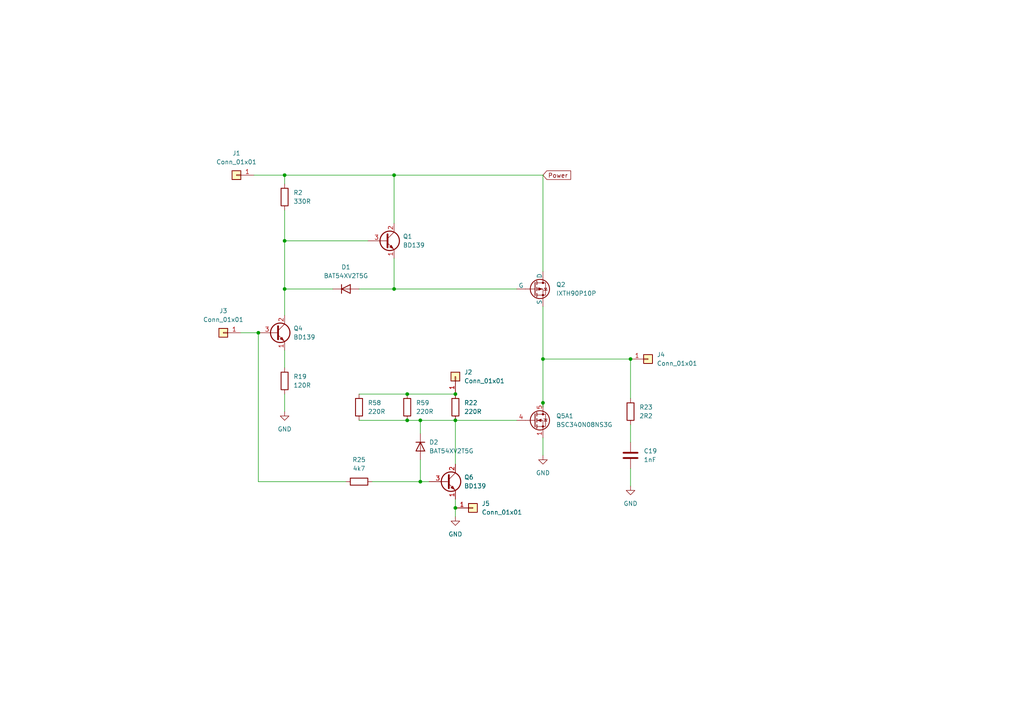
<source format=kicad_sch>
(kicad_sch (version 20230121) (generator eeschema)
  (paper "A4")
  (lib_symbols
    (symbol "Connector_Generic:Conn_01x01" (pin_names (offset 1.016) hide)
      (property "Reference" "J" (at 0 2.54 0))
      (property "Value" "Conn_01x01" (at 0 -2.54 0))
      (symbol "Conn_01x01_1_1"
        (rectangle (start -1.27 0.127) (end 0 -0.127) (stroke (width 0.1524)))
        (rectangle (start -1.27 1.27) (end 1.27 -1.27) (stroke (width 0.254)) (fill (type background)))
        (pin passive line (at -5.08 0 0) (length 3.81) (name "Pin_1") (number "1"))
      )
    )
    (symbol "Device:C" (pin_numbers hide) (pin_names (offset 0.254))
      (property "Reference" "C" (at 0.635 2.54 0))
      (property "Value" "C" (at 0.635 -2.54 0))
      (symbol "C_0_1"
        (polyline (pts (xy -2.032 -0.762) (xy 2.032 -0.762)) (stroke (width 0.508)))
        (polyline (pts (xy -2.032 0.762) (xy 2.032 0.762)) (stroke (width 0.508)))
      )
      (symbol "C_1_1"
        (pin passive line (at 0 3.81 270) (length 2.794) (name "~") (number "1"))
        (pin passive line (at 0 -3.81 90) (length 2.794) (name "~") (number "2"))
      )
    )
    (symbol "Device:R" (pin_numbers hide) (pin_names (offset 0))
      (property "Reference" "R" (at 2.032 0 90))
      (property "Value" "R" (at 0 0 90))
      (symbol "R_0_1"
        (rectangle (start -1.016 -2.54) (end 1.016 2.54) (stroke (width 0.254)))
      )
      (symbol "R_1_1"
        (pin passive line (at 0 3.81 270) (length 1.27) (name "~") (number "1"))
        (pin passive line (at 0 -3.81 90) (length 1.27) (name "~") (number "2"))
      )
    )
    (symbol "Diode:1N914" (pin_numbers hide) (pin_names hide)
      (property "Reference" "D" (at 0 2.54 0))
      (property "Value" "1N914" (at 0 -2.54 0))
      (symbol "1N914_0_1"
        (polyline (pts (xy -1.27 1.27) (xy -1.27 -1.27)) (stroke (width 0.254)))
        (polyline (pts (xy 1.27 0) (xy -1.27 0)))
        (polyline (pts (xy 1.27 1.27) (xy 1.27 -1.27) (xy -1.27 0) (xy 1.27 1.27)) (stroke (width 0.254)))
      )
      (symbol "1N914_1_1"
        (pin passive line (at -3.81 0 0) (length 2.54) (name "K") (number "1"))
        (pin passive line (at 3.81 0 180) (length 2.54) (name "A") (number "2"))
      )
    )
    (symbol "Simulation_SPICE:PMOS" (pin_numbers hide) (pin_names (offset 0))
      (property "Reference" "Q" (at 5.08 1.27 0))
      (property "Value" "PMOS" (at 5.08 -1.27 0))
      (symbol "PMOS_0_1"
        (polyline (pts (xy 0.254 0) (xy -2.54 0)))
        (polyline (pts (xy 0.254 1.905) (xy 0.254 -1.905)) (stroke (width 0.254)))
        (polyline (pts (xy 0.762 -1.27) (xy 0.762 -2.286)) (stroke (width 0.254)))
        (polyline (pts (xy 0.762 0.508) (xy 0.762 -0.508)) (stroke (width 0.254)))
        (polyline (pts (xy 0.762 2.286) (xy 0.762 1.27)) (stroke (width 0.254)))
        (polyline (pts (xy 2.54 2.54) (xy 2.54 1.778)))
        (polyline (pts (xy 2.54 -2.54) (xy 2.54 0) (xy 0.762 0)))
        (polyline (pts (xy 0.762 1.778) (xy 3.302 1.778) (xy 3.302 -1.778) (xy 0.762 -1.778)))
        (polyline (pts (xy 2.286 0) (xy 1.27 0.381) (xy 1.27 -0.381) (xy 2.286 0)) (fill (type outline)))
        (polyline (pts (xy 2.794 -0.508) (xy 2.921 -0.381) (xy 3.683 -0.381) (xy 3.81 -0.254)))
        (polyline (pts (xy 3.302 -0.381) (xy 2.921 0.254) (xy 3.683 0.254) (xy 3.302 -0.381)))
        (circle (center 1.651 0) (radius 2.794) (stroke (width 0.254)))
        (circle (center 2.54 -1.778) (radius 0.254) (fill (type outline)))
        (circle (center 2.54 1.778) (radius 0.254) (fill (type outline)))
      )
      (symbol "PMOS_1_1"
        (pin passive line (at 2.54 5.08 270) (length 2.54) (name "D") (number "1"))
        (pin input line (at -5.08 0 0) (length 2.54) (name "G") (number "2"))
        (pin passive line (at 2.54 -5.08 90) (length 2.54) (name "S") (number "3"))
      )
    )
    (symbol "Transistor_BJT:BD139" (pin_names (offset 0) hide)
      (property "Reference" "Q" (at 5.08 1.905 0))
      (property "Value" "BD139" (at 5.08 0 0))
      (symbol "BD139_0_1"
        (polyline (pts (xy 0 0) (xy 0.635 0)))
        (polyline (pts (xy 2.54 -2.54) (xy 0.635 -0.635)))
        (polyline (pts (xy 2.54 2.54) (xy 0.635 0.635)))
        (polyline (pts (xy 0.635 1.905) (xy 0.635 -1.905) (xy 0.635 -1.905)) (stroke (width 0.508)) (fill (type outline)))
        (polyline (pts (xy 1.2446 -1.778) (xy 1.7526 -1.27) (xy 2.286 -2.286) (xy 1.2446 -1.778) (xy 1.2446 -1.778)) (fill (type outline)))
        (circle (center 1.27 0) (radius 2.8194) (stroke (width 0.3048)))
      )
      (symbol "BD139_1_1"
        (pin passive line (at 2.54 -5.08 90) (length 2.54) (name "E") (number "1"))
        (pin passive line (at 2.54 5.08 270) (length 2.54) (name "C") (number "2"))
        (pin input line (at -5.08 0 0) (length 5.08) (name "B") (number "3"))
      )
    )
    (symbol "Transistor_FET:BSC340N08NS3G" (pin_names hide)
      (property "Reference" "Q" (at 5.08 1.905 0))
      (property "Value" "BSC340N08NS3G" (at 5.08 0 0))
      (symbol "BSC340N08NS3G_0_1"
        (polyline (pts (xy 0.254 0) (xy -2.54 0)))
        (polyline (pts (xy 0.254 1.905) (xy 0.254 -1.905)) (stroke (width 0.254)))
        (polyline (pts (xy 0.762 -1.27) (xy 0.762 -2.286)) (stroke (width 0.254)))
        (polyline (pts (xy 0.762 0.508) (xy 0.762 -0.508)) (stroke (width 0.254)))
        (polyline (pts (xy 0.762 2.286) (xy 0.762 1.27)) (stroke (width 0.254)))
        (polyline (pts (xy 2.54 2.54) (xy 2.54 1.778)))
        (polyline (pts (xy 2.54 -2.54) (xy 2.54 0) (xy 0.762 0)))
        (polyline (pts (xy 0.762 -1.778) (xy 3.302 -1.778) (xy 3.302 1.778) (xy 0.762 1.778)))
        (polyline (pts (xy 1.016 0) (xy 2.032 0.381) (xy 2.032 -0.381) (xy 1.016 0)) (fill (type outline)))
        (polyline (pts (xy 2.794 0.508) (xy 2.921 0.381) (xy 3.683 0.381) (xy 3.81 0.254)))
        (polyline (pts (xy 3.302 0.381) (xy 2.921 -0.254) (xy 3.683 -0.254) (xy 3.302 0.381)))
        (circle (center 1.651 0) (radius 2.794) (stroke (width 0.254)))
        (circle (center 2.54 -1.778) (radius 0.254) (fill (type outline)))
        (circle (center 2.54 1.778) (radius 0.254) (fill (type outline)))
      )
      (symbol "BSC340N08NS3G_1_1"
        (pin passive line (at 2.54 -5.08 90) (length 2.54) (name "S") (number "1"))
        (pin passive line (at 2.54 -5.08 90) (length 2.54) hide (name "S") (number "2"))
        (pin passive line (at 2.54 -5.08 90) (length 2.54) hide (name "S") (number "3"))
        (pin passive line (at -5.08 0 0) (length 2.54) (name "G") (number "4"))
        (pin passive line (at 2.54 5.08 270) (length 2.54) (name "D") (number "5"))
      )
    )
    (symbol "power:GND" (power) (pin_names (offset 0))
      (property "Value" "GND" (at 0 -3.81 0))
      (symbol "GND_0_1"
        (polyline (pts (xy 0 0) (xy 0 -1.27) (xy 1.27 -1.27) (xy 0 -2.54) (xy -1.27 -1.27) (xy 0 -1.27)))
      )
      (symbol "GND_1_1"
        (pin power_in line (at 0 0 270) (length 0) hide (name "GND") (number "1"))
      )
    )
  )
  (junction (at 82.55 83.82))
  (junction (at 132.08 114.3))
  (junction (at 82.55 50.8))
  (junction (at 121.92 121.92))
  (junction (at 114.3 83.82))
  (junction (at 82.55 69.85))
  (junction (at 118.11 114.3))
  (junction (at 132.08 121.92))
  (junction (at 182.88 104.14))
  (junction (at 114.3 50.8))
  (junction (at 157.48 116.84))
  (junction (at 132.08 147.32))
  (junction (at 121.92 139.7))
  (junction (at 118.11 121.92))
  (junction (at 157.48 104.14))
  (junction (at 74.93 96.52))
  (wire (pts (xy 82.55 69.85) (xy 82.55 83.82)))
  (wire (pts (xy 82.55 101.6) (xy 82.55 106.68)))
  (wire (pts (xy 182.88 135.89) (xy 182.88 140.97)))
  (wire (pts (xy 104.14 83.82) (xy 114.3 83.82)))
  (wire (pts (xy 132.08 121.92) (xy 132.08 134.62)))
  (wire (pts (xy 121.92 125.73) (xy 121.92 121.92)))
  (wire (pts (xy 114.3 74.93) (xy 114.3 83.82)))
  (wire (pts (xy 69.85 96.52) (xy 74.93 96.52)))
  (wire (pts (xy 82.55 69.85) (xy 106.68 69.85)))
  (wire (pts (xy 157.48 127) (xy 157.48 132.08)))
  (wire (pts (xy 182.88 123.19) (xy 182.88 128.27)))
  (wire (pts (xy 118.11 114.3) (xy 132.08 114.3)))
  (wire (pts (xy 157.48 78.74) (xy 157.48 50.8)))
  (wire (pts (xy 104.14 114.3) (xy 118.11 114.3)))
  (wire (pts (xy 182.88 115.57) (xy 182.88 104.14)))
  (wire (pts (xy 157.48 104.14) (xy 182.88 104.14)))
  (wire (pts (xy 132.08 121.92) (xy 149.86 121.92)))
  (wire (pts (xy 74.93 139.7) (xy 100.33 139.7)))
  (wire (pts (xy 73.66 50.8) (xy 82.55 50.8)))
  (wire (pts (xy 114.3 50.8) (xy 114.3 64.77)))
  (wire (pts (xy 149.86 83.82) (xy 114.3 83.82)))
  (wire (pts (xy 132.08 144.78) (xy 132.08 147.32)))
  (wire (pts (xy 82.55 60.96) (xy 82.55 69.85)))
  (wire (pts (xy 157.48 88.9) (xy 157.48 104.14)))
  (wire (pts (xy 104.14 121.92) (xy 118.11 121.92)))
  (wire (pts (xy 74.93 96.52) (xy 74.93 139.7)))
  (wire (pts (xy 157.48 116.84) (xy 157.48 118.11)))
  (wire (pts (xy 107.95 139.7) (xy 121.92 139.7)))
  (wire (pts (xy 82.55 53.34) (xy 82.55 50.8)))
  (wire (pts (xy 82.55 83.82) (xy 96.52 83.82)))
  (wire (pts (xy 82.55 50.8) (xy 114.3 50.8)))
  (wire (pts (xy 121.92 139.7) (xy 124.46 139.7)))
  (wire (pts (xy 121.92 121.92) (xy 132.08 121.92)))
  (wire (pts (xy 157.48 104.14) (xy 157.48 116.84)))
  (wire (pts (xy 114.3 50.8) (xy 157.48 50.8)))
  (wire (pts (xy 82.55 83.82) (xy 82.55 91.44)))
  (wire (pts (xy 118.11 121.92) (xy 121.92 121.92)))
  (wire (pts (xy 132.08 147.32) (xy 132.08 149.86)))
  (wire (pts (xy 82.55 114.3) (xy 82.55 119.38)))
  (wire (pts (xy 121.92 133.35) (xy 121.92 139.7)))
  (global_label "Power" (shape input) (at 157.48 50.8 0) (property "Intersheetrefs" "${INTERSHEET_REFS}" (effects hide)))
  (symbol (lib_id "Transistor_FET:BSC340N08NS3G") (at 154.94 121.92 0) (unit 1)
    (property "Reference" "Q5A1" (at 161.29 120.65 0) (effects (justify left)))
    (property "Value" "BSC340N08NS3G" (at 161.29 123.19 0) (effects (justify left)))
    (property "Footprint" "Package_TO_SOT_SMD:TDSON-8-1" (effects hide))
    (property "Datasheet" "http://www.infineon.com/dgdl/Infineon-BSC340N08NS3G-DS-v02_06-en.pdf?fileId=db3a30431add1d95011ae81c21f2563a" (effects hide))
  )
  (symbol (lib_id "Device:C") (at 182.88 132.08 0) (unit 1)
    (property "Reference" "C19" (at 186.69 130.81 0) (effects (justify left)))
    (property "Value" "1nF" (at 186.69 133.35 0) (effects (justify left)))
    (property "Footprint" "Capacitor_SMD:C_0805_2012Metric" (effects hide))
  )
  (symbol (lib_id "Simulation_SPICE:PMOS") (at 154.94 83.82 0) (unit 1)
    (property "Reference" "Q2" (at 161.29 82.55 0) (effects (justify left)))
    (property "Value" "IXTH90P10P" (at 161.29 85.09 0) (effects (justify left)))
    (property "Footprint" "Library:TO-247-PMOS" (effects hide))
    (property "Datasheet" "https://ngspice.sourceforge.io/docs/ngspice-manual.pdf" (effects hide))
    (property "Sim.Device" "PMOS" (effects hide))
    (property "Sim.Type" "VDMOS" (effects hide))
    (property "Sim.Pins" "1=D 2=G 3=S" (effects hide))
  )
  (symbol (lib_id "Device:R") (at 82.55 110.49 0) (unit 1)
    (property "Reference" "R19" (at 85.09 109.22 0) (effects (justify left)))
    (property "Value" "120R" (at 85.09 111.76 0) (effects (justify left)))
    (property "Footprint" "Resistor_SMD:R_1206_3216Metric" (effects hide))
  )
  (symbol (lib_id "Device:R") (at 132.08 118.11 0) (unit 1)
    (property "Reference" "R22" (at 134.62 116.84 0) (effects (justify left)))
    (property "Value" "220R" (at 134.62 119.38 0) (effects (justify left)))
    (property "Footprint" "Resistor_SMD:R_1210_3225Metric" (effects hide))
  )
  (symbol (lib_id "Connector_Generic:Conn_01x01") (at 68.58 50.8 180) (unit 1)
    (property "Reference" "J1" (at 68.58 44.45 0))
    (property "Value" "Conn_01x01" (at 68.58 46.99 0))
    (property "Footprint" "Connector:Banana_Jack_1Pin" (effects hide))
  )
  (symbol (lib_id "Diode:1N914") (at 100.33 83.82 0) (unit 1)
    (property "Reference" "D1" (at 100.33 77.47 0))
    (property "Value" "BAT54XV2T5G" (at 100.33 80.01 0))
    (property "Footprint" "Diode_SMD:D_SOD-523" (effects hide))
    (property "Sim.Device" "D" (effects hide))
    (property "Sim.Pins" "1=K 2=A" (effects hide))
  )
  (symbol (lib_id "Connector_Generic:Conn_01x01") (at 64.77 96.52 180) (unit 1)
    (property "Reference" "J3" (at 64.77 90.17 0))
    (property "Value" "Conn_01x01" (at 64.77 92.71 0))
    (property "Footprint" "Connector:Banana_Jack_1Pin" (effects hide))
  )
  (symbol (lib_id "Connector_Generic:Conn_01x01") (at 187.96 104.14 0) (unit 1)
    (property "Reference" "J4" (at 190.5 102.87 0) (effects (justify left)))
    (property "Value" "Conn_01x01" (at 190.5 105.41 0) (effects (justify left)))
    (property "Footprint" "Connector:Banana_Jack_1Pin" (effects hide))
  )
  (symbol (lib_id "Connector_Generic:Conn_01x01") (at 132.08 109.22 90) (unit 1)
    (property "Reference" "J2" (at 134.62 107.95 90) (effects (justify right)))
    (property "Value" "Conn_01x01" (at 134.62 110.49 90) (effects (justify right)))
    (property "Footprint" "Connector:Banana_Jack_1Pin" (effects hide))
  )
  (symbol (lib_id "power:GND") (at 82.55 119.38 0) (unit 1)
    (property "Reference" "#PWR01" (effects hide))
    (property "Value" "GND" (at 82.55 124.46 0))
  )
  (symbol (lib_id "Diode:1N914") (at 121.92 129.54 270) (unit 1)
    (property "Reference" "D2" (at 124.46 128.27 90) (effects (justify left)))
    (property "Value" "BAT54XV2T5G" (at 124.46 130.81 90) (effects (justify left)))
    (property "Footprint" "Diode_SMD:D_SOD-523" (effects hide))
    (property "Sim.Device" "D" (effects hide))
    (property "Sim.Pins" "1=K 2=A" (effects hide))
  )
  (symbol (lib_id "Transistor_BJT:BD139") (at 129.54 139.7 0) (unit 1)
    (property "Reference" "Q6" (at 134.62 138.43 0) (effects (justify left)))
    (property "Value" "BD139" (at 134.62 140.97 0) (effects (justify left)))
    (property "Footprint" "Package_TO_SOT_THT:TO-126-3_Vertical" (effects hide))
    (property "Datasheet" "http://www.st.com/internet/com/TECHNICAL_RESOURCES/TECHNICAL_LITERATURE/DATASHEET/CD00001225.pdf" (effects hide))
  )
  (symbol (lib_id "power:GND") (at 132.08 149.86 0) (unit 1)
    (property "Reference" "#PWR02" (effects hide))
    (property "Value" "GND" (at 132.08 154.94 0))
  )
  (symbol (lib_id "Device:R") (at 182.88 119.38 0) (unit 1)
    (property "Reference" "R23" (at 185.42 118.11 0) (effects (justify left)))
    (property "Value" "2R2" (at 185.42 120.65 0) (effects (justify left)))
    (property "Footprint" "Resistor_SMD:R_0805_2012Metric" (effects hide))
  )
  (symbol (lib_id "Device:R") (at 82.55 57.15 0) (unit 1)
    (property "Reference" "R2" (at 85.09 55.88 0) (effects (justify left)))
    (property "Value" "330R" (at 85.09 58.42 0) (effects (justify left)))
    (property "Footprint" "Resistor_SMD:R_1210_3225Metric" (effects hide))
  )
  (symbol (lib_id "Transistor_BJT:BD139") (at 80.01 96.52 0) (unit 1)
    (property "Reference" "Q4" (at 85.09 95.25 0) (effects (justify left)))
    (property "Value" "BD139" (at 85.09 97.79 0) (effects (justify left)))
    (property "Footprint" "Package_TO_SOT_THT:TO-126-3_Vertical" (effects hide))
    (property "Datasheet" "http://www.st.com/internet/com/TECHNICAL_RESOURCES/TECHNICAL_LITERATURE/DATASHEET/CD00001225.pdf" (effects hide))
  )
  (symbol (lib_id "Connector_Generic:Conn_01x01") (at 137.16 147.32 0) (unit 1)
    (property "Reference" "J5" (at 139.7 146.05 0) (effects (justify left)))
    (property "Value" "Conn_01x01" (at 139.7 148.59 0) (effects (justify left)))
    (property "Footprint" "Connector:Banana_Jack_1Pin" (effects hide))
  )
  (symbol (lib_id "Transistor_BJT:BD139") (at 111.76 69.85 0) (unit 1)
    (property "Reference" "Q1" (at 116.84 68.58 0) (effects (justify left)))
    (property "Value" "BD139" (at 116.84 71.12 0) (effects (justify left)))
    (property "Footprint" "Package_TO_SOT_THT:TO-126-3_Vertical" (effects hide))
    (property "Datasheet" "http://www.st.com/internet/com/TECHNICAL_RESOURCES/TECHNICAL_LITERATURE/DATASHEET/CD00001225.pdf" (effects hide))
  )
  (symbol (lib_id "Device:R") (at 104.14 118.11 0) (unit 1)
    (property "Reference" "R58" (at 106.68 116.84 0) (effects (justify left)))
    (property "Value" "220R" (at 106.68 119.38 0) (effects (justify left)))
    (property "Footprint" "Resistor_SMD:R_1210_3225Metric" (effects hide))
  )
  (symbol (lib_id "power:GND") (at 182.88 140.97 0) (unit 1)
    (property "Reference" "#PWR04" (effects hide))
    (property "Value" "GND" (at 182.88 146.05 0))
  )
  (symbol (lib_id "power:GND") (at 157.48 132.08 0) (unit 1)
    (property "Reference" "#PWR03" (effects hide))
    (property "Value" "GND" (at 157.48 137.16 0))
  )
  (symbol (lib_id "Device:R") (at 104.14 139.7 270) (unit 1)
    (property "Reference" "R25" (at 104.14 133.35 90))
    (property "Value" "4k7" (at 104.14 135.89 90))
    (property "Footprint" "Resistor_SMD:R_0805_2012Metric" (effects hide))
  )
  (symbol (lib_id "Device:R") (at 118.11 118.11 0) (unit 1)
    (property "Reference" "R59" (at 120.65 116.84 0) (effects (justify left)))
    (property "Value" "220R" (at 120.65 119.38 0) (effects (justify left)))
    (property "Footprint" "Resistor_SMD:R_1210_3225Metric" (effects hide))
  )
)
</source>
